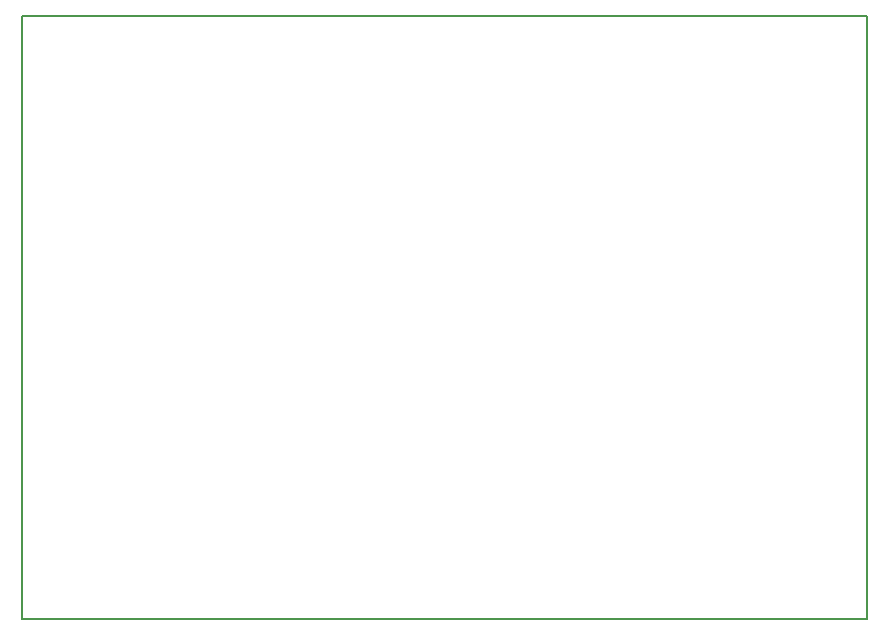
<source format=gbr>
%TF.GenerationSoftware,KiCad,Pcbnew,8.0.1*%
%TF.CreationDate,2024-04-08T22:20:49+02:00*%
%TF.ProjectId,driver,64726976-6572-42e6-9b69-6361645f7063,rev?*%
%TF.SameCoordinates,Original*%
%TF.FileFunction,Profile,NP*%
%FSLAX46Y46*%
G04 Gerber Fmt 4.6, Leading zero omitted, Abs format (unit mm)*
G04 Created by KiCad (PCBNEW 8.0.1) date 2024-04-08 22:20:49*
%MOMM*%
%LPD*%
G01*
G04 APERTURE LIST*
%TA.AperFunction,Profile*%
%ADD10C,0.200000*%
%TD*%
G04 APERTURE END LIST*
D10*
X66500000Y-39450000D02*
X138000000Y-39450000D01*
X138000000Y-90450000D01*
X66500000Y-90450000D01*
X66500000Y-39450000D01*
M02*

</source>
